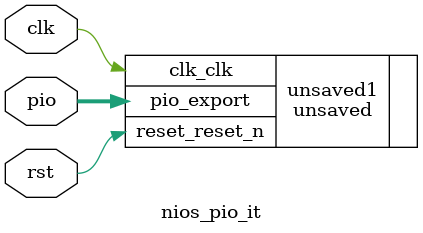
<source format=v>
module nios_pio_it(
	clk,
	rst,
	pio
);

inout [4:0]pio;
input clk,rst;



unsaved unsaved1 (
	.clk_clk(clk),
	.reset_reset_n(rst),
	.pio_export(pio)
);	

	
endmodule
</source>
